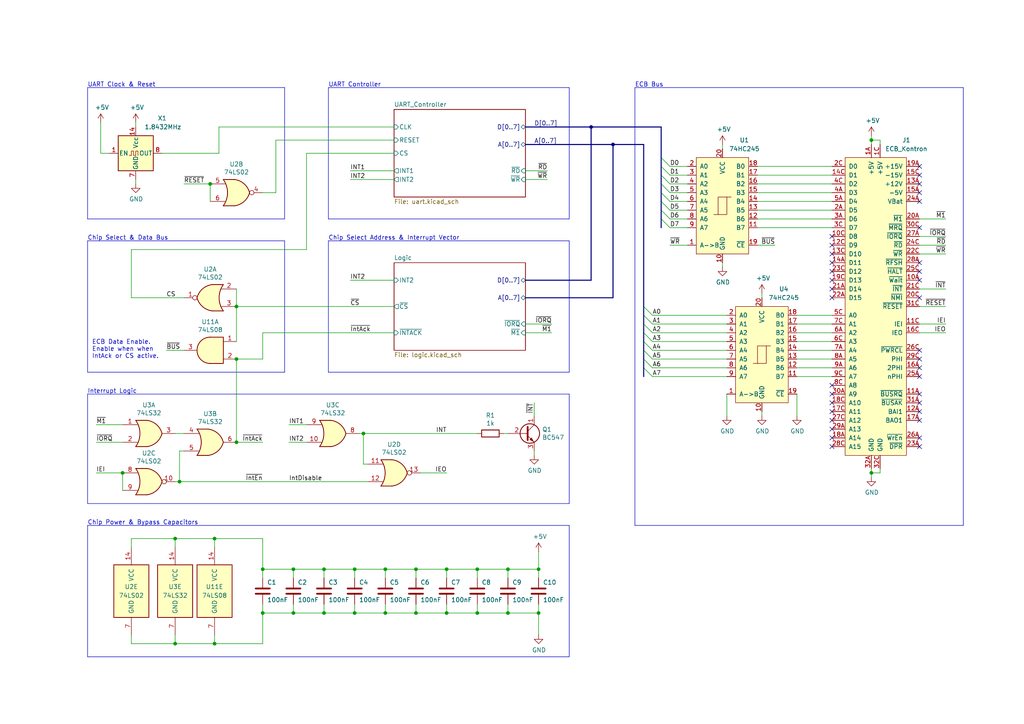
<source format=kicad_sch>
(kicad_sch (version 20230121) (generator eeschema)
  (paper "A4")
  (title_block (title "Project RackZ80 - RS232") (date "2021-04-09") (rev "1.0") (company "Jannik Kreucher"))
  (lib_symbols
    (symbol "74xx:74LS02" (pin_names (offset 1.016))
      (property "Reference" "U" (at 0 1.27 0))
      (property "Value" "74LS02" (at 0 -1.27 0))
      (symbol "74LS02_1_1"
        (pin output inverted (at 7.62 0 180) (length 3.81) (name "~") (number "1"))
        (pin input line (at -7.62 2.54 0) (length 4.318) (name "~") (number "2"))
        (pin input line (at -7.62 -2.54 0) (length 4.318) (name "~") (number "3"))
      )
      (symbol "74LS02_1_2"
        (pin output line (at 7.62 0 180) (length 3.81) (name "~") (number "1"))
        (pin input inverted (at -7.62 2.54 0) (length 3.81) (name "~") (number "2"))
        (pin input inverted (at -7.62 -2.54 0) (length 3.81) (name "~") (number "3"))
      )
      (symbol "74LS02_2_1"
        (pin output inverted (at 7.62 0 180) (length 3.81) (name "~") (number "4"))
        (pin input line (at -7.62 2.54 0) (length 4.318) (name "~") (number "5"))
        (pin input line (at -7.62 -2.54 0) (length 4.318) (name "~") (number "6"))
      )
      (symbol "74LS02_2_2"
        (pin output line (at 7.62 0 180) (length 3.81) (name "~") (number "4"))
        (pin input inverted (at -7.62 2.54 0) (length 3.81) (name "~") (number "5"))
        (pin input inverted (at -7.62 -2.54 0) (length 3.81) (name "~") (number "6"))
      )
      (symbol "74LS02_3_1"
        (pin output inverted (at 7.62 0 180) (length 3.81) (name "~") (number "10"))
        (pin input line (at -7.62 2.54 0) (length 4.318) (name "~") (number "8"))
        (pin input line (at -7.62 -2.54 0) (length 4.318) (name "~") (number "9"))
      )
      (symbol "74LS02_3_2"
        (pin output line (at 7.62 0 180) (length 3.81) (name "~") (number "10"))
        (pin input inverted (at -7.62 2.54 0) (length 3.81) (name "~") (number "8"))
        (pin input inverted (at -7.62 -2.54 0) (length 3.81) (name "~") (number "9"))
      )
      (symbol "74LS02_4_1"
        (pin input line (at -7.62 2.54 0) (length 4.318) (name "~") (number "11"))
        (pin input line (at -7.62 -2.54 0) (length 4.318) (name "~") (number "12"))
        (pin output inverted (at 7.62 0 180) (length 3.81) (name "~") (number "13"))
      )
      (symbol "74LS02_4_2"
        (pin input inverted (at -7.62 2.54 0) (length 3.81) (name "~") (number "11"))
        (pin input inverted (at -7.62 -2.54 0) (length 3.81) (name "~") (number "12"))
        (pin output line (at 7.62 0 180) (length 3.81) (name "~") (number "13"))
      )
      (symbol "74LS02_5_0"
        (pin power_in line (at 0 12.7 270) (length 5.08) (name "VCC") (number "14"))
        (pin power_in line (at 0 -12.7 90) (length 5.08) (name "GND") (number "7"))
      )
    )
    (symbol "74xx:74LS08" (pin_names (offset 1.016))
      (property "Reference" "U" (at 0 1.27 0))
      (property "Value" "74LS08" (at 0 -1.27 0))
      (symbol "74LS08_1_1"
        (pin input line (at -7.62 2.54 0) (length 3.81) (name "~") (number "1"))
        (pin input line (at -7.62 -2.54 0) (length 3.81) (name "~") (number "2"))
        (pin output line (at 7.62 0 180) (length 3.81) (name "~") (number "3"))
      )
      (symbol "74LS08_1_2"
        (pin input inverted (at -7.62 2.54 0) (length 4.318) (name "~") (number "1"))
        (pin input inverted (at -7.62 -2.54 0) (length 4.318) (name "~") (number "2"))
        (pin output inverted (at 7.62 0 180) (length 3.81) (name "~") (number "3"))
      )
      (symbol "74LS08_2_1"
        (pin input line (at -7.62 2.54 0) (length 3.81) (name "~") (number "4"))
        (pin input line (at -7.62 -2.54 0) (length 3.81) (name "~") (number "5"))
        (pin output line (at 7.62 0 180) (length 3.81) (name "~") (number "6"))
      )
      (symbol "74LS08_2_2"
        (pin input inverted (at -7.62 2.54 0) (length 4.318) (name "~") (number "4"))
        (pin input inverted (at -7.62 -2.54 0) (length 4.318) (name "~") (number "5"))
        (pin output inverted (at 7.62 0 180) (length 3.81) (name "~") (number "6"))
      )
      (symbol "74LS08_3_1"
        (pin input line (at -7.62 -2.54 0) (length 3.81) (name "~") (number "10"))
        (pin output line (at 7.62 0 180) (length 3.81) (name "~") (number "8"))
        (pin input line (at -7.62 2.54 0) (length 3.81) (name "~") (number "9"))
      )
      (symbol "74LS08_3_2"
        (pin input inverted (at -7.62 -2.54 0) (length 4.318) (name "~") (number "10"))
        (pin output inverted (at 7.62 0 180) (length 3.81) (name "~") (number "8"))
        (pin input inverted (at -7.62 2.54 0) (length 4.318) (name "~") (number "9"))
      )
      (symbol "74LS08_4_1"
        (pin output line (at 7.62 0 180) (length 3.81) (name "~") (number "11"))
        (pin input line (at -7.62 2.54 0) (length 3.81) (name "~") (number "12"))
        (pin input line (at -7.62 -2.54 0) (length 3.81) (name "~") (number "13"))
      )
      (symbol "74LS08_4_2"
        (pin output inverted (at 7.62 0 180) (length 3.81) (name "~") (number "11"))
        (pin input inverted (at -7.62 2.54 0) (length 4.318) (name "~") (number "12"))
        (pin input inverted (at -7.62 -2.54 0) (length 4.318) (name "~") (number "13"))
      )
      (symbol "74LS08_5_0"
        (pin power_in line (at 0 12.7 270) (length 5.08) (name "VCC") (number "14"))
        (pin power_in line (at 0 -12.7 90) (length 5.08) (name "GND") (number "7"))
      )
    )
    (symbol "74xx:74LS32" (pin_names (offset 1.016))
      (property "Reference" "U" (at 0 1.27 0))
      (property "Value" "74LS32" (at 0 -1.27 0))
      (symbol "74LS32_1_1"
        (pin input line (at -7.62 2.54 0) (length 4.318) (name "~") (number "1"))
        (pin input line (at -7.62 -2.54 0) (length 4.318) (name "~") (number "2"))
        (pin output line (at 7.62 0 180) (length 3.81) (name "~") (number "3"))
      )
      (symbol "74LS32_1_2"
        (pin input inverted (at -7.62 2.54 0) (length 3.81) (name "~") (number "1"))
        (pin input inverted (at -7.62 -2.54 0) (length 3.81) (name "~") (number "2"))
        (pin output inverted (at 7.62 0 180) (length 3.81) (name "~") (number "3"))
      )
      (symbol "74LS32_2_1"
        (pin input line (at -7.62 2.54 0) (length 4.318) (name "~") (number "4"))
        (pin input line (at -7.62 -2.54 0) (length 4.318) (name "~") (number "5"))
        (pin output line (at 7.62 0 180) (length 3.81) (name "~") (number "6"))
      )
      (symbol "74LS32_2_2"
        (pin input inverted (at -7.62 2.54 0) (length 3.81) (name "~") (number "4"))
        (pin input inverted (at -7.62 -2.54 0) (length 3.81) (name "~") (number "5"))
        (pin output inverted (at 7.62 0 180) (length 3.81) (name "~") (number "6"))
      )
      (symbol "74LS32_3_1"
        (pin input line (at -7.62 -2.54 0) (length 4.318) (name "~") (number "10"))
        (pin output line (at 7.62 0 180) (length 3.81) (name "~") (number "8"))
        (pin input line (at -7.62 2.54 0) (length 4.318) (name "~") (number "9"))
      )
      (symbol "74LS32_3_2"
        (pin input inverted (at -7.62 -2.54 0) (length 3.81) (name "~") (number "10"))
        (pin output inverted (at 7.62 0 180) (length 3.81) (name "~") (number "8"))
        (pin input inverted (at -7.62 2.54 0) (length 3.81) (name "~") (number "9"))
      )
      (symbol "74LS32_4_1"
        (pin output line (at 7.62 0 180) (length 3.81) (name "~") (number "11"))
        (pin input line (at -7.62 2.54 0) (length 4.318) (name "~") (number "12"))
        (pin input line (at -7.62 -2.54 0) (length 4.318) (name "~") (number "13"))
      )
      (symbol "74LS32_4_2"
        (pin output inverted (at 7.62 0 180) (length 3.81) (name "~") (number "11"))
        (pin input inverted (at -7.62 2.54 0) (length 3.81) (name "~") (number "12"))
        (pin input inverted (at -7.62 -2.54 0) (length 3.81) (name "~") (number "13"))
      )
      (symbol "74LS32_5_0"
        (pin power_in line (at 0 12.7 270) (length 5.08) (name "VCC") (number "14"))
        (pin power_in line (at 0 -12.7 90) (length 5.08) (name "GND") (number "7"))
      )
    )
    (symbol "Device:C" (pin_numbers hide) (pin_names (offset 0.254))
      (property "Reference" "C" (at 0.635 2.54 0))
      (property "Value" "C" (at 0.635 -2.54 0))
      (symbol "C_1_1"
        (pin passive line (at 0 3.81 270) (length 2.794) (name "~") (number "1"))
        (pin passive line (at 0 -3.81 90) (length 2.794) (name "~") (number "2"))
      )
    )
    (symbol "Device:R" (pin_numbers hide) (pin_names (offset 0))
      (property "Reference" "R" (at 2.032 0 90))
      (property "Value" "R" (at 0 0 90))
      (symbol "R_1_1"
        (pin passive line (at 0 3.81 270) (length 1.27) (name "~") (number "1"))
        (pin passive line (at 0 -3.81 90) (length 1.27) (name "~") (number "2"))
      )
    )
    (symbol "Oscillator:CXO_DIP14" (pin_names (offset 0.254))
      (property "Reference" "X" (at -5.08 6.35 0))
      (property "Value" "CXO_DIP14" (at 1.27 -6.35 0))
      (symbol "CXO_DIP14_1_1"
        (pin input line (at -7.62 0 0) (length 2.54) (name "EN") (number "1"))
        (pin power_in line (at 0 7.62 270) (length 2.54) (name "Vcc") (number "14"))
        (pin power_in line (at 0 -7.62 90) (length 2.54) (name "GND") (number "7"))
        (pin output line (at 7.62 0 180) (length 2.54) (name "OUT") (number "8"))
      )
    )
    (symbol "RackZ80_Parts:74HC245" (pin_names (offset 1.016))
      (property "Reference" "U" (at 6.35 19.05 0))
      (property "Value" "74HC245" (at 6.35 16.51 0))
      (symbol "74HC245_1_1"
        (pin input line (at -10.16 -11.43 0) (length 2.54) (name "A->B") (number "1"))
        (pin passive line (at 0 -16.51 90) (length 2.54) (name "GND") (number "10"))
        (pin bidirectional line (at 10.16 -6.35 180) (length 2.54) (name "B7") (number "11"))
        (pin bidirectional line (at 10.16 -3.81 180) (length 2.54) (name "B6") (number "12"))
        (pin bidirectional line (at 10.16 -1.27 180) (length 2.54) (name "B5") (number "13"))
        (pin bidirectional line (at 10.16 1.27 180) (length 2.54) (name "B4") (number "14"))
        (pin bidirectional line (at 10.16 3.81 180) (length 2.54) (name "B3") (number "15"))
        (pin bidirectional line (at 10.16 6.35 180) (length 2.54) (name "B2") (number "16"))
        (pin bidirectional line (at 10.16 8.89 180) (length 2.54) (name "B1") (number "17"))
        (pin bidirectional line (at 10.16 11.43 180) (length 2.54) (name "B0") (number "18"))
        (pin input line (at 10.16 -11.43 180) (length 2.54) (name "~{CE}") (number "19"))
        (pin bidirectional line (at -10.16 11.43 0) (length 2.54) (name "A0") (number "2"))
        (pin passive line (at 0 16.51 270) (length 2.54) (name "VCC") (number "20"))
        (pin bidirectional line (at -10.16 8.89 0) (length 2.54) (name "A1") (number "3"))
        (pin bidirectional line (at -10.16 6.35 0) (length 2.54) (name "A2") (number "4"))
        (pin bidirectional line (at -10.16 3.81 0) (length 2.54) (name "A3") (number "5"))
        (pin bidirectional line (at -10.16 1.27 0) (length 2.54) (name "A4") (number "6"))
        (pin bidirectional line (at -10.16 -1.27 0) (length 2.54) (name "A5") (number "7"))
        (pin bidirectional line (at -10.16 -3.81 0) (length 2.54) (name "A6") (number "8"))
        (pin bidirectional line (at -10.16 -6.35 0) (length 2.54) (name "A7") (number "9"))
      )
    )
    (symbol "RackZ80_Parts:ECB_Kontron" (pin_names (offset 1.016))
      (property "Reference" "J" (at 8.89 46.99 0))
      (property "Value" "ECB_Kontron" (at 8.89 44.45 0))
      (symbol "ECB_Kontron_1_1"
        (pin bidirectional line (at 12.7 7.62 180) (length 3.81) (name "~{Wait}") (number "10A"))
        (pin bidirectional line (at -12.7 20.32 0) (length 3.81) (name "D8") (number "10C"))
        (pin bidirectional line (at 12.7 -25.4 180) (length 3.81) (name "~{BUSRQ}") (number "11A"))
        (pin bidirectional line (at 12.7 -5.08 180) (length 3.81) (name "IEI") (number "11C"))
        (pin bidirectional line (at 12.7 -30.48 180) (length 3.81) (name "BAI1") (number "12A"))
        (pin bidirectional line (at -12.7 17.78 0) (length 3.81) (name "D9") (number "12C"))
        (pin passive line (at 12.7 35.56 180) (length 3.81) (name "+12V") (number "13A"))
        (pin bidirectional line (at -12.7 15.24 0) (length 3.81) (name "D10") (number "13C"))
        (pin bidirectional line (at -12.7 12.7 0) (length 3.81) (name "D11") (number "14A"))
        (pin bidirectional line (at -12.7 38.1 0) (length 3.81) (name "D1") (number "14C"))
        (pin passive line (at 12.7 33.02 180) (length 3.81) (name "-5V") (number "15A"))
        (pin passive line (at 12.7 38.1 180) (length 3.81) (name "-15V") (number "15C"))
        (pin bidirectional line (at 12.7 -17.78 180) (length 3.81) (name "2PHI") (number "16A"))
        (pin bidirectional line (at 12.7 -7.62 180) (length 3.81) (name "IEO") (number "16C"))
        (pin bidirectional line (at 12.7 -33.02 180) (length 3.81) (name "BAO1") (number "17A"))
        (pin bidirectional line (at -12.7 -30.48 0) (length 3.81) (name "A11") (number "17C"))
        (pin bidirectional line (at -12.7 -38.1 0) (length 3.81) (name "A14") (number "18A"))
        (pin bidirectional line (at -12.7 -27.94 0) (length 3.81) (name "A10") (number "18C"))
        (pin passive line (at 12.7 40.64 180) (length 3.81) (name "+15V") (number "19A"))
        (pin bidirectional line (at -12.7 7.62 0) (length 3.81) (name "D13") (number "19C"))
        (pin passive line (at -1.27 46.99 270) (length 3.81) (name "+5V") (number "1A"))
        (pin passive line (at 1.27 46.99 270) (length 3.81) (name "+5V") (number "1C"))
        (pin bidirectional line (at 12.7 25.4 180) (length 3.81) (name "~{M1}") (number "20A"))
        (pin bidirectional line (at 12.7 2.54 180) (length 3.81) (name "~{NMI}") (number "20C"))
        (pin bidirectional line (at -12.7 5.08 0) (length 3.81) (name "D14") (number "21A"))
        (pin bidirectional line (at 12.7 5.08 180) (length 3.81) (name "~{INT}") (number "21C"))
        (pin bidirectional line (at -12.7 2.54 0) (length 3.81) (name "D15") (number "22A"))
        (pin bidirectional line (at 12.7 15.24 180) (length 3.81) (name "~{WR}") (number "22C"))
        (pin bidirectional line (at 12.7 -40.64 180) (length 3.81) (name "~{DPR}") (number "23A"))
        (pin bidirectional line (at -12.7 10.16 0) (length 3.81) (name "D12") (number "23C"))
        (pin passive line (at 12.7 30.48 180) (length 3.81) (name "VBat") (number "24A"))
        (pin bidirectional line (at 12.7 17.78 180) (length 3.81) (name "~{RD}") (number "24C"))
        (pin bidirectional line (at 12.7 -20.32 180) (length 3.81) (name "nPHI") (number "25A"))
        (pin bidirectional line (at 12.7 10.16 180) (length 3.81) (name "~{HALT}") (number "25C"))
        (pin bidirectional line (at 12.7 -38.1 180) (length 3.81) (name "~{WrEn}") (number "26A"))
        (pin bidirectional line (at 12.7 -12.7 180) (length 3.81) (name "~{PWRCL}") (number "26C"))
        (pin bidirectional line (at 12.7 20.32 180) (length 3.81) (name "~{IORQ}") (number "27A"))
        (pin bidirectional line (at -12.7 -33.02 0) (length 3.81) (name "A12") (number "27C"))
        (pin bidirectional line (at 12.7 12.7 180) (length 3.81) (name "~{RFSH}") (number "28A"))
        (pin bidirectional line (at -12.7 -40.64 0) (length 3.81) (name "A15") (number "28C"))
        (pin bidirectional line (at -12.7 -35.56 0) (length 3.81) (name "A13") (number "29A"))
        (pin bidirectional line (at 12.7 -15.24 180) (length 3.81) (name "PHI") (number "29C"))
        (pin bidirectional line (at -12.7 27.94 0) (length 3.81) (name "D5") (number "2A"))
        (pin bidirectional line (at -12.7 40.64 0) (length 3.81) (name "D0") (number "2C"))
        (pin bidirectional line (at -12.7 -25.4 0) (length 3.81) (name "A9") (number "30A"))
        (pin bidirectional line (at 12.7 22.86 180) (length 3.81) (name "~{MRQ}") (number "30C"))
        (pin bidirectional line (at 12.7 -27.94 180) (length 3.81) (name "~{BUSAK}") (number "31A"))
        (pin bidirectional line (at 12.7 0 180) (length 3.81) (name "~{RESET}") (number "31C"))
        (pin passive line (at -1.27 -46.99 90) (length 3.81) (name "GND") (number "32A"))
        (pin passive line (at 1.27 -46.99 90) (length 3.81) (name "GND") (number "32C"))
        (pin bidirectional line (at -12.7 25.4 0) (length 3.81) (name "D6") (number "3A"))
        (pin bidirectional line (at -12.7 22.86 0) (length 3.81) (name "D7") (number "3C"))
        (pin bidirectional line (at -12.7 33.02 0) (length 3.81) (name "D3") (number "4A"))
        (pin bidirectional line (at -12.7 35.56 0) (length 3.81) (name "D2") (number "4C"))
        (pin bidirectional line (at -12.7 30.48 0) (length 3.81) (name "D4") (number "5A"))
        (pin bidirectional line (at -12.7 -2.54 0) (length 3.81) (name "A0") (number "5C"))
        (pin bidirectional line (at -12.7 -7.62 0) (length 3.81) (name "A2") (number "6A"))
        (pin bidirectional line (at -12.7 -10.16 0) (length 3.81) (name "A3") (number "6C"))
        (pin bidirectional line (at -12.7 -12.7 0) (length 3.81) (name "A4") (number "7A"))
        (pin bidirectional line (at -12.7 -5.08 0) (length 3.81) (name "A1") (number "7C"))
        (pin bidirectional line (at -12.7 -15.24 0) (length 3.81) (name "A5") (number "8A"))
        (pin bidirectional line (at -12.7 -22.86 0) (length 3.81) (name "A8") (number "8C"))
        (pin bidirectional line (at -12.7 -17.78 0) (length 3.81) (name "A6") (number "9A"))
        (pin bidirectional line (at -12.7 -20.32 0) (length 3.81) (name "A7") (number "9C"))
      )
    )
    (symbol "Transistor_BJT:BC547" (pin_names (offset 0) hide)
      (property "Reference" "Q" (at 5.08 1.905 0))
      (property "Value" "BC547" (at 5.08 0 0))
      (symbol "BC547_1_1"
        (pin passive line (at 2.54 5.08 270) (length 2.54) (name "C") (number "1"))
        (pin input line (at -5.08 0 0) (length 5.08) (name "B") (number "2"))
        (pin passive line (at 2.54 -5.08 90) (length 2.54) (name "E") (number "3"))
      )
    )
    (symbol "power:+5V" (power) (pin_names (offset 0))
      (property "Value" "+5V" (at 0 3.556 0))
      (symbol "+5V_1_1"
        (pin power_in line (at 0 0 90) (length 0) hide (name "+5V") (number "1"))
      )
    )
    (symbol "power:GND" (power) (pin_names (offset 0))
      (property "Value" "GND" (at 0 -3.81 0))
      (symbol "GND_1_1"
        (pin power_in line (at 0 0 270) (length 0) hide (name "GND") (number "1"))
      )
    )
  )
  (junction (at 85.09 177.8))
  (junction (at 252.73 40.64))
  (junction (at 111.76 177.8))
  (junction (at 62.23 156.21))
  (junction (at 102.87 165.1))
  (junction (at 62.23 186.69))
  (junction (at 50.8 186.69))
  (junction (at 93.98 177.8))
  (junction (at 60.96 53.34))
  (junction (at 156.21 177.8))
  (junction (at 252.73 137.16))
  (junction (at 129.54 177.8))
  (junction (at 68.58 128.27))
  (junction (at 76.2 177.8))
  (junction (at 177.8 41.91))
  (junction (at 105.41 125.73))
  (junction (at 120.65 177.8))
  (junction (at 138.43 177.8))
  (junction (at 156.21 165.1))
  (junction (at 129.54 165.1))
  (junction (at 52.07 139.7))
  (junction (at 68.58 88.9))
  (junction (at 147.32 177.8))
  (junction (at 35.56 137.16))
  (junction (at 76.2 165.1))
  (junction (at 85.09 165.1))
  (junction (at 171.45 36.83))
  (junction (at 68.58 104.14))
  (junction (at 147.32 165.1))
  (junction (at 138.43 165.1))
  (junction (at 102.87 177.8))
  (junction (at 120.65 165.1))
  (junction (at 93.98 165.1))
  (junction (at 50.8 156.21))
  (junction (at 111.76 165.1))
  (no_connect (at 266.7 116.84))
  (no_connect (at 241.3 124.46))
  (no_connect (at 266.7 76.2))
  (no_connect (at 241.3 129.54))
  (no_connect (at 266.7 106.68))
  (no_connect (at 266.7 48.26))
  (no_connect (at 266.7 78.74))
  (no_connect (at 266.7 55.88))
  (no_connect (at 241.3 127))
  (no_connect (at 266.7 114.3))
  (no_connect (at 266.7 101.6))
  (no_connect (at 266.7 104.14))
  (no_connect (at 266.7 109.22))
  (no_connect (at 241.3 73.66))
  (no_connect (at 241.3 83.82))
  (no_connect (at 241.3 119.38))
  (no_connect (at 241.3 81.28))
  (no_connect (at 266.7 119.38))
  (no_connect (at 241.3 71.12))
  (no_connect (at 241.3 111.76))
  (no_connect (at 266.7 66.04))
  (no_connect (at 241.3 86.36))
  (no_connect (at 266.7 53.34))
  (no_connect (at 241.3 116.84))
  (no_connect (at 241.3 121.92))
  (no_connect (at 241.3 78.74))
  (no_connect (at 266.7 129.54))
  (no_connect (at 266.7 86.36))
  (no_connect (at 241.3 68.58))
  (no_connect (at 266.7 58.42))
  (no_connect (at 266.7 50.8))
  (no_connect (at 241.3 114.3))
  (no_connect (at 266.7 81.28))
  (no_connect (at 266.7 121.92))
  (no_connect (at 266.7 127))
  (no_connect (at 241.3 76.2))
  (bus_entry (at 186.69 93.98) (size 2.54 2.54))
  (bus_entry (at 186.69 99.06) (size 2.54 2.54))
  (bus_entry (at 186.69 91.44) (size 2.54 2.54))
  (bus_entry (at 191.77 58.42) (size 2.54 2.54))
  (bus_entry (at 186.69 106.68) (size 2.54 2.54))
  (bus_entry (at 191.77 53.34) (size 2.54 2.54))
  (bus_entry (at 191.77 55.88) (size 2.54 2.54))
  (bus_entry (at 191.77 50.8) (size 2.54 2.54))
  (bus_entry (at 186.69 96.52) (size 2.54 2.54))
  (bus_entry (at 186.69 88.9) (size 2.54 2.54))
  (bus_entry (at 191.77 60.96) (size 2.54 2.54))
  (bus_entry (at 191.77 45.72) (size 2.54 2.54))
  (bus_entry (at 186.69 104.14) (size 2.54 2.54))
  (bus_entry (at 191.77 48.26) (size 2.54 2.54))
  (bus_entry (at 191.77 63.5) (size 2.54 2.54))
  (bus_entry (at 186.69 101.6) (size 2.54 2.54))
  (bus (pts (xy 191.77 45.72) (xy 191.77 48.26)))
  (bus (pts (xy 186.69 93.98) (xy 186.69 96.52)))
  (wire (pts (xy 156.21 177.8) (xy 156.21 184.15)))
  (bus (pts (xy 186.69 41.91) (xy 177.8 41.91)))
  (wire (pts (xy 35.56 142.24) (xy 35.56 137.16)))
  (wire (pts (xy 120.65 175.26) (xy 120.65 177.8)))
  (wire (pts (xy 120.65 177.8) (xy 111.76 177.8)))
  (wire (pts (xy 156.21 177.8) (xy 147.32 177.8)))
  (wire (pts (xy 121.92 137.16) (xy 129.54 137.16)))
  (wire (pts (xy 52.07 139.7) (xy 106.68 139.7)))
  (polyline (pts (xy 95.25 107.95) (xy 165.1 107.95)))
  (wire (pts (xy 129.54 165.1) (xy 120.65 165.1)))
  (bus (pts (xy 171.45 81.28) (xy 171.45 36.83)))
  (wire (pts (xy 189.23 96.52) (xy 210.82 96.52)))
  (wire (pts (xy 120.65 165.1) (xy 120.65 167.64)))
  (wire (pts (xy 62.23 158.75) (xy 62.23 156.21)))
  (wire (pts (xy 52.07 130.81) (xy 52.07 139.7)))
  (wire (pts (xy 199.39 50.8) (xy 194.31 50.8)))
  (wire (pts (xy 76.2 96.52) (xy 76.2 104.14)))
  (wire (pts (xy 147.32 175.26) (xy 147.32 177.8)))
  (wire (pts (xy 138.43 175.26) (xy 138.43 177.8)))
  (wire (pts (xy 255.27 40.64) (xy 252.73 40.64)))
  (wire (pts (xy 111.76 165.1) (xy 102.87 165.1)))
  (wire (pts (xy 111.76 165.1) (xy 111.76 167.64)))
  (wire (pts (xy 76.2 165.1) (xy 76.2 167.64)))
  (bus (pts (xy 186.69 106.68) (xy 186.69 109.22)))
  (wire (pts (xy 266.7 93.98) (xy 274.32 93.98)))
  (wire (pts (xy 255.27 137.16) (xy 252.73 137.16)))
  (wire (pts (xy 68.58 128.27) (xy 76.2 128.27)))
  (wire (pts (xy 114.3 81.28) (xy 101.6 81.28)))
  (wire (pts (xy 53.34 53.34) (xy 60.96 53.34)))
  (wire (pts (xy 241.3 58.42) (xy 219.71 58.42)))
  (wire (pts (xy 138.43 177.8) (xy 129.54 177.8)))
  (wire (pts (xy 38.1 186.69) (xy 38.1 184.15)))
  (wire (pts (xy 266.7 88.9) (xy 274.32 88.9)))
  (wire (pts (xy 231.14 104.14) (xy 241.3 104.14)))
  (wire (pts (xy 189.23 104.14) (xy 210.82 104.14)))
  (bus (pts (xy 191.77 60.96) (xy 191.77 63.5)))
  (wire (pts (xy 158.75 49.53) (xy 152.4 49.53)))
  (wire (pts (xy 252.73 137.16) (xy 252.73 138.43)))
  (wire (pts (xy 50.8 139.7) (xy 52.07 139.7)))
  (wire (pts (xy 62.23 184.15) (xy 62.23 186.69)))
  (wire (pts (xy 199.39 71.12) (xy 194.31 71.12)))
  (wire (pts (xy 38.1 72.39) (xy 38.1 86.36)))
  (wire (pts (xy 88.9 44.45) (xy 88.9 72.39)))
  (polyline (pts (xy 95.25 69.85) (xy 95.25 107.95)))
  (wire (pts (xy 93.98 175.26) (xy 93.98 177.8)))
  (bus (pts (xy 186.69 91.44) (xy 186.69 93.98)))
  (wire (pts (xy 231.14 93.98) (xy 241.3 93.98)))
  (wire (pts (xy 48.26 101.6) (xy 53.34 101.6)))
  (bus (pts (xy 186.69 99.06) (xy 186.69 101.6)))
  (wire (pts (xy 93.98 165.1) (xy 85.09 165.1)))
  (wire (pts (xy 50.8 186.69) (xy 62.23 186.69)))
  (bus (pts (xy 186.69 96.52) (xy 186.69 99.06)))
  (wire (pts (xy 219.71 60.96) (xy 241.3 60.96)))
  (polyline (pts (xy 25.4 190.5) (xy 165.1 190.5)))
  (wire (pts (xy 138.43 165.1) (xy 138.43 167.64)))
  (bus (pts (xy 191.77 50.8) (xy 191.77 53.34)))
  (wire (pts (xy 189.23 106.68) (xy 210.82 106.68)))
  (polyline (pts (xy 184.15 152.4) (xy 279.4 152.4)))
  (wire (pts (xy 199.39 60.96) (xy 194.31 60.96)))
  (polyline (pts (xy 25.4 152.4) (xy 25.4 190.5)))
  (wire (pts (xy 88.9 72.39) (xy 38.1 72.39)))
  (wire (pts (xy 63.5 36.83) (xy 114.3 36.83)))
  (wire (pts (xy 219.71 66.04) (xy 241.3 66.04)))
  (wire (pts (xy 68.58 83.82) (xy 68.58 88.9)))
  (polyline (pts (xy 25.4 146.05) (xy 165.1 146.05)))
  (wire (pts (xy 255.27 135.89) (xy 255.27 137.16)))
  (polyline (pts (xy 165.1 146.05) (xy 165.1 114.3)))
  (polyline (pts (xy 165.1 107.95) (xy 165.1 69.85)))
  (wire (pts (xy 252.73 135.89) (xy 252.73 137.16)))
  (wire (pts (xy 199.39 58.42) (xy 194.31 58.42)))
  (wire (pts (xy 85.09 177.8) (xy 76.2 177.8)))
  (wire (pts (xy 38.1 156.21) (xy 38.1 158.75)))
  (wire (pts (xy 255.27 41.91) (xy 255.27 40.64)))
  (wire (pts (xy 189.23 109.22) (xy 210.82 109.22)))
  (wire (pts (xy 199.39 66.04) (xy 194.31 66.04)))
  (polyline (pts (xy 82.55 69.85) (xy 82.55 107.95)))
  (wire (pts (xy 129.54 177.8) (xy 120.65 177.8)))
  (wire (pts (xy 189.23 93.98) (xy 210.82 93.98)))
  (wire (pts (xy 76.2 177.8) (xy 76.2 186.69)))
  (polyline (pts (xy 279.4 152.4) (xy 279.4 25.4)))
  (wire (pts (xy 29.21 35.56) (xy 29.21 44.45)))
  (wire (pts (xy 219.71 48.26) (xy 241.3 48.26)))
  (wire (pts (xy 199.39 48.26) (xy 194.31 48.26)))
  (wire (pts (xy 156.21 165.1) (xy 156.21 167.64)))
  (wire (pts (xy 85.09 175.26) (xy 85.09 177.8)))
  (wire (pts (xy 266.7 63.5) (xy 274.32 63.5)))
  (wire (pts (xy 76.2 175.26) (xy 76.2 177.8)))
  (wire (pts (xy 219.71 55.88) (xy 241.3 55.88)))
  (wire (pts (xy 63.5 44.45) (xy 63.5 36.83)))
  (polyline (pts (xy 165.1 152.4) (xy 25.4 152.4)))
  (wire (pts (xy 129.54 165.1) (xy 129.54 167.64)))
  (polyline (pts (xy 165.1 25.4) (xy 95.25 25.4)))
  (wire (pts (xy 114.3 40.64) (xy 80.01 40.64)))
  (wire (pts (xy 231.14 109.22) (xy 241.3 109.22)))
  (wire (pts (xy 114.3 49.53) (xy 101.6 49.53)))
  (wire (pts (xy 199.39 63.5) (xy 194.31 63.5)))
  (wire (pts (xy 102.87 165.1) (xy 102.87 167.64)))
  (wire (pts (xy 147.32 165.1) (xy 147.32 167.64)))
  (wire (pts (xy 38.1 86.36) (xy 53.34 86.36)))
  (wire (pts (xy 231.14 91.44) (xy 241.3 91.44)))
  (wire (pts (xy 147.32 125.73) (xy 146.05 125.73)))
  (wire (pts (xy 189.23 99.06) (xy 210.82 99.06)))
  (polyline (pts (xy 25.4 107.95) (xy 25.4 69.85)))
  (wire (pts (xy 120.65 165.1) (xy 111.76 165.1)))
  (wire (pts (xy 93.98 177.8) (xy 85.09 177.8)))
  (wire (pts (xy 152.4 93.98) (xy 160.02 93.98)))
  (wire (pts (xy 138.43 165.1) (xy 129.54 165.1)))
  (wire (pts (xy 189.23 91.44) (xy 210.82 91.44)))
  (wire (pts (xy 27.94 128.27) (xy 35.56 128.27)))
  (bus (pts (xy 191.77 36.83) (xy 171.45 36.83)))
  (wire (pts (xy 114.3 52.07) (xy 101.6 52.07)))
  (bus (pts (xy 191.77 53.34) (xy 191.77 55.88)))
  (wire (pts (xy 114.3 44.45) (xy 88.9 44.45)))
  (wire (pts (xy 241.3 101.6) (xy 231.14 101.6)))
  (polyline (pts (xy 25.4 69.85) (xy 82.55 69.85)))
  (bus (pts (xy 152.4 36.83) (xy 171.45 36.83)))
  (bus (pts (xy 152.4 81.28) (xy 171.45 81.28)))
  (wire (pts (xy 147.32 177.8) (xy 138.43 177.8)))
  (polyline (pts (xy 82.55 63.5) (xy 25.4 63.5)))
  (wire (pts (xy 62.23 186.69) (xy 76.2 186.69)))
  (wire (pts (xy 39.37 52.07) (xy 39.37 53.34)))
  (wire (pts (xy 27.94 137.16) (xy 35.56 137.16)))
  (polyline (pts (xy 184.15 25.4) (xy 184.15 152.4)))
  (wire (pts (xy 29.21 44.45) (xy 31.75 44.45)))
  (bus (pts (xy 152.4 86.36) (xy 177.8 86.36)))
  (wire (pts (xy 68.58 104.14) (xy 68.58 128.27)))
  (bus (pts (xy 186.69 41.91) (xy 186.69 88.9)))
  (wire (pts (xy 68.58 88.9) (xy 114.3 88.9)))
  (wire (pts (xy 241.3 96.52) (xy 231.14 96.52)))
  (wire (pts (xy 266.7 71.12) (xy 274.32 71.12)))
  (polyline (pts (xy 95.25 63.5) (xy 165.1 63.5)))
  (wire (pts (xy 152.4 96.52) (xy 160.02 96.52)))
  (wire (pts (xy 85.09 165.1) (xy 85.09 167.64)))
  (wire (pts (xy 93.98 165.1) (xy 93.98 167.64)))
  (wire (pts (xy 209.55 76.2) (xy 209.55 77.47)))
  (wire (pts (xy 220.98 85.09) (xy 220.98 86.36)))
  (wire (pts (xy 156.21 165.1) (xy 147.32 165.1)))
  (polyline (pts (xy 25.4 114.3) (xy 165.1 114.3)))
  (wire (pts (xy 50.8 156.21) (xy 38.1 156.21)))
  (wire (pts (xy 50.8 186.69) (xy 38.1 186.69)))
  (wire (pts (xy 102.87 175.26) (xy 102.87 177.8)))
  (wire (pts (xy 27.94 123.19) (xy 35.56 123.19)))
  (wire (pts (xy 219.71 50.8) (xy 241.3 50.8)))
  (wire (pts (xy 85.09 165.1) (xy 76.2 165.1)))
  (wire (pts (xy 252.73 39.37) (xy 252.73 40.64)))
  (wire (pts (xy 156.21 175.26) (xy 156.21 177.8)))
  (wire (pts (xy 62.23 156.21) (xy 76.2 156.21)))
  (wire (pts (xy 241.3 53.34) (xy 219.71 53.34)))
  (wire (pts (xy 83.82 128.27) (xy 88.9 128.27)))
  (polyline (pts (xy 279.4 25.4) (xy 184.15 25.4)))
  (wire (pts (xy 231.14 99.06) (xy 241.3 99.06)))
  (wire (pts (xy 105.41 134.62) (xy 105.41 125.73)))
  (bus (pts (xy 186.69 88.9) (xy 186.69 91.44)))
  (wire (pts (xy 106.68 134.62) (xy 105.41 134.62)))
  (wire (pts (xy 111.76 177.8) (xy 102.87 177.8)))
  (wire (pts (xy 231.14 114.3) (xy 231.14 120.65)))
  (wire (pts (xy 46.99 44.45) (xy 63.5 44.45)))
  (bus (pts (xy 191.77 63.5) (xy 191.77 66.04)))
  (polyline (pts (xy 95.25 25.4) (xy 95.25 63.5)))
  (wire (pts (xy 50.8 158.75) (xy 50.8 156.21)))
  (polyline (pts (xy 165.1 190.5) (xy 165.1 152.4)))
  (wire (pts (xy 199.39 53.34) (xy 194.31 53.34)))
  (wire (pts (xy 111.76 175.26) (xy 111.76 177.8)))
  (wire (pts (xy 76.2 96.52) (xy 114.3 96.52)))
  (wire (pts (xy 147.32 165.1) (xy 138.43 165.1)))
  (bus (pts (xy 191.77 58.42) (xy 191.77 60.96)))
  (wire (pts (xy 80.01 55.88) (xy 76.2 55.88)))
  (wire (pts (xy 102.87 177.8) (xy 93.98 177.8)))
  (wire (pts (xy 104.14 125.73) (xy 105.41 125.73)))
  (bus (pts (xy 177.8 41.91) (xy 177.8 86.36)))
  (wire (pts (xy 154.94 130.81) (xy 154.94 132.08)))
  (wire (pts (xy 156.21 160.02) (xy 156.21 165.1)))
  (wire (pts (xy 189.23 101.6) (xy 210.82 101.6)))
  (wire (pts (xy 266.7 83.82) (xy 274.32 83.82)))
  (wire (pts (xy 129.54 175.26) (xy 129.54 177.8)))
  (wire (pts (xy 50.8 125.73) (xy 53.34 125.73)))
  (wire (pts (xy 83.82 123.19) (xy 88.9 123.19)))
  (wire (pts (xy 68.58 99.06) (xy 68.58 88.9)))
  (polyline (pts (xy 165.1 69.85) (xy 95.25 69.85)))
  (polyline (pts (xy 25.4 146.05) (xy 25.4 114.3)))
  (bus (pts (xy 191.77 36.83) (xy 191.77 45.72)))
  (wire (pts (xy 266.7 68.58) (xy 274.32 68.58)))
  (wire (pts (xy 266.7 73.66) (xy 274.32 73.66)))
  (wire (pts (xy 220.98 119.38) (xy 220.98 120.65)))
  (wire (pts (xy 210.82 114.3) (xy 210.82 120.65)))
  (wire (pts (xy 219.71 71.12) (xy 224.79 71.12)))
  (wire (pts (xy 50.8 184.15) (xy 50.8 186.69)))
  (polyline (pts (xy 82.55 25.4) (xy 82.55 63.5)))
  (wire (pts (xy 154.94 116.84) (xy 154.94 120.65)))
  (bus (pts (xy 186.69 104.14) (xy 186.69 106.68)))
  (bus (pts (xy 186.69 101.6) (xy 186.69 104.14)))
  (wire (pts (xy 252.73 40.64) (xy 252.73 41.91)))
  (wire (pts (xy 50.8 156.21) (xy 62.23 156.21)))
  (wire (pts (xy 209.55 41.91) (xy 209.55 43.18)))
  (wire (pts (xy 241.3 63.5) (xy 219.71 63.5)))
  (wire (pts (xy 241.3 106.68) (xy 231.14 106.68)))
  (wire (pts (xy 102.87 165.1) (xy 93.98 165.1)))
  (polyline (pts (xy 25.4 25.4) (xy 82.55 25.4)))
  (wire (pts (xy 80.01 40.64) (xy 80.01 55.88)))
  (wire (pts (xy 266.7 96.52) (xy 274.32 96.52)))
  (wire (pts (xy 60.96 58.42) (xy 60.96 53.34)))
  (wire (pts (xy 53.34 130.81) (xy 52.07 130.81)))
  (bus (pts (xy 191.77 55.88) (xy 191.77 58.42)))
  (bus (pts (xy 191.77 48.26) (xy 191.77 50.8)))
  (wire (pts (xy 105.41 125.73) (xy 138.43 125.73)))
  (wire (pts (xy 152.4 52.07) (xy 158.75 52.07)))
  (polyline (pts (xy 82.55 107.95) (xy 25.4 107.95)))
  (wire (pts (xy 199.39 55.88) (xy 194.31 55.88)))
  (polyline (pts (xy 25.4 25.4) (xy 25.4 63.5)))
  (wire (pts (xy 76.2 104.14) (xy 68.58 104.14)))
  (wire (pts (xy 76.2 165.1) (xy 76.2 156.21)))
  (polyline (pts (xy 165.1 63.5) (xy 165.1 25.4)))
  (wire (pts (xy 39.37 35.56) (xy 39.37 36.83)))
  (bus (pts (xy 152.4 41.91) (xy 177.8 41.91)))
  (text "UART Controller" (at 95.25 25.4 0) (effects (font (size 1.27 1.27)) (justify left bottom)))
  (text "Chip Power & Bypass Capacitors" (at 25.4 152.4 0) (effects (font (size 1.27 1.27)) (justify left bottom)))
  (text "ECB Bus" (at 184.15 25.4 0) (effects (font (size 1.27 1.27)) (justify left bottom)))
  (text "Interrupt Logic" (at 25.4 114.3 0) (effects (font (size 1.27 1.27)) (justify left bottom)))
  (text "Chip Select & Data Bus" (at 25.4 69.85 0) (effects (font (size 1.27 1.27)) (justify left bottom)))
  (text "Chip Select Address & Interrupt Vector" (at 95.25 69.85 0) (effects (font (size 1.27 1.27)) (justify left bottom)))
  (text "UART Clock & Reset" (at 25.4 25.4 0) (effects (font (size 1.27 1.27)) (justify left bottom)))
  (text "ECB Data Enable.\nEnable when when\nIntAck or CS active." (at 26.67 104.14 0) (effects (font (size 1.27 1.27)) (justify left bottom)))
  (label "IEI" (at 274.32 93.98 180))
  (label "A7" (at 189.23 109.22 0))
  (label "A[0..7]" (at 154.94 41.91 0))
  (label "D2" (at 194.31 53.34 0))
  (label "IntDisable" (at 83.82 139.7 0))
  (label "INT2" (at 101.6 52.07 0))
  (label "~{INT}" (at 154.94 116.84 270))
  (label "~{IntAck}" (at 101.6 96.52 0))
  (label "~{M1}" (at 160.02 96.52 180))
  (label "INT2" (at 83.82 128.27 0))
  (label "A4" (at 189.23 101.6 0))
  (label "D4" (at 194.31 58.42 0))
  (label "~{IntAck}" (at 76.2 128.27 180))
  (label "~{IORQ}" (at 274.32 68.58 180))
  (label "~{IORQ}" (at 27.94 128.27 0))
  (label "D[0..7]" (at 154.94 36.83 0))
  (label "~{M1}" (at 27.94 123.19 0))
  (label "D3" (at 194.31 55.88 0))
  (label "~{BUS}" (at 48.26 101.6 0))
  (label "IEI" (at 27.94 137.16 0))
  (label "A6" (at 189.23 106.68 0))
  (label "INT1" (at 83.82 123.19 0))
  (label "~{RESET}" (at 274.32 88.9 180))
  (label "~{WR}" (at 194.31 71.12 0))
  (label "A3" (at 189.23 99.06 0))
  (label "~{WR}" (at 274.32 73.66 180))
  (label "A5" (at 189.23 104.14 0))
  (label "D5" (at 194.31 60.96 0))
  (label "~{M1}" (at 274.32 63.5 180))
  (label "A1" (at 189.23 93.98 0))
  (label "CS" (at 48.26 86.36 0))
  (label "~{INT}" (at 274.32 83.82 180))
  (label "~{WR}" (at 158.75 52.07 180))
  (label "INT2" (at 101.6 81.28 0))
  (label "~{RD}" (at 158.75 49.53 180))
  (label "A0" (at 189.23 91.44 0))
  (label "IEO" (at 129.54 137.16 180))
  (label "A2" (at 189.23 96.52 0))
  (label "~{CS}" (at 101.6 88.9 0))
  (label "~{RESET}" (at 53.34 53.34 0))
  (label "D0" (at 194.31 48.26 0))
  (label "IEO" (at 274.32 96.52 180))
  (label "D7" (at 194.31 66.04 0))
  (label "INT" (at 129.54 125.73 180))
  (label "~{BUS}" (at 224.79 71.12 180))
  (label "D1" (at 194.31 50.8 0))
  (label "~{RD}" (at 274.32 71.12 180))
  (label "~{IORQ}" (at 160.02 93.98 180))
  (label "~{IntEn}" (at 76.2 139.7 180))
  (label "D6" (at 194.31 63.5 0))
  (label "INT1" (at 101.6 49.53 0))
  (symbol (lib_id "RackZ80_Parts:ECB_Kontron") (at 254 88.9 0) (unit 1)
    (property "Reference" "J1" (at 262.89 40.64 0))
    (property "Value" "ECB_Kontron" (at 262.89 43.18 0))
    (property "Footprint" "rackz80_footprints:Eurocard_DIN41612_C64_Male" (effects hide))
    (property "Datasheet" "http://2jo.de/robotron/Kontron/KONz80.pdf" (effects hide))
  )
  (symbol (lib_id "power:+5V") (at 252.73 39.37 0) (unit 1)
    (property "Reference" "#PWR03" (effects hide))
    (property "Value" "+5V" (at 253.111 34.9758 0))
  )
  (symbol (lib_id "power:GND") (at 252.73 138.43 0) (unit 1)
    (property "Reference" "#PWR014" (effects hide))
    (property "Value" "GND" (at 252.857 142.8242 0))
  )
  (symbol (lib_id "74xx:74LS32") (at 43.18 125.73 0) (unit 1)
    (property "Reference" "U3" (at 43.18 117.475 0))
    (property "Value" "74LS32" (at 43.18 119.7864 0))
    (property "Footprint" "rackz80_footprints:DIP-14_Socket" (effects hide))
    (property "Datasheet" "http://www.ti.com/lit/gpn/sn74LS32" (effects hide))
  )
  (symbol (lib_id "RackZ80_Parts:74HC245") (at 209.55 59.69 0) (unit 1)
    (property "Reference" "U1" (at 215.9 40.64 0))
    (property "Value" "74HC245" (at 215.9 43.18 0))
    (property "Footprint" "rackz80_footprints:DIP-20_Socket" (effects hide))
  )
  (symbol (lib_id "power:+5V") (at 209.55 41.91 0) (unit 1)
    (property "Reference" "#PWR04" (effects hide))
    (property "Value" "+5V" (at 209.931 37.5158 0))
  )
  (symbol (lib_id "power:GND") (at 209.55 77.47 0) (unit 1)
    (property "Reference" "#PWR06" (effects hide))
    (property "Value" "GND" (at 209.677 81.8642 0))
  )
  (symbol (lib_id "RackZ80_Parts:74HC245") (at 220.98 102.87 0) (unit 1)
    (property "Reference" "U4" (at 227.33 83.82 0))
    (property "Value" "74HC245" (at 227.33 86.36 0))
    (property "Footprint" "rackz80_footprints:DIP-20_Socket" (effects hide))
  )
  (symbol (lib_id "Transistor_BJT:BC547") (at 152.4 125.73 0) (unit 1)
    (property "Reference" "Q1" (at 157.2514 124.5616 0) (effects (justify left)))
    (property "Value" "BC547" (at 157.2514 126.873 0) (effects (justify left)))
    (property "Footprint" "Package_TO_SOT_THT:TO-92S_Wide" (effects hide))
    (property "Datasheet" "https://www.onsemi.com/pub/Collateral/BC550-D.pdf" (effects hide))
  )
  (symbol (lib_id "Device:R") (at 142.24 125.73 270) (unit 1)
    (property "Reference" "R1" (at 142.24 120.4722 90))
    (property "Value" "1k" (at 142.24 122.7836 90))
    (property "Footprint" "Resistor_THT:R_Axial_DIN0207_L6.3mm_D2.5mm_P10.16mm_Horizontal" (effects hide))
  )
  (symbol (lib_id "power:GND") (at 154.94 132.08 0) (unit 1)
    (property "Reference" "#PWR013" (effects hide))
    (property "Value" "GND" (at 155.067 136.4742 0))
  )
  (symbol (lib_id "power:+5V") (at 220.98 85.09 0) (unit 1)
    (property "Reference" "#PWR07" (effects hide))
    (property "Value" "+5V" (at 221.361 80.6958 0))
  )
  (symbol (lib_id "power:GND") (at 220.98 120.65 0) (unit 1)
    (property "Reference" "#PWR011" (effects hide))
    (property "Value" "GND" (at 221.107 125.0442 0))
  )
  (symbol (lib_id "74xx:74LS32") (at 60.96 128.27 0) (unit 2)
    (property "Reference" "U3" (at 60.96 120.015 0))
    (property "Value" "74LS32" (at 60.96 122.3264 0))
    (property "Footprint" "rackz80_footprints:DIP-14_Socket" (effects hide))
    (property "Datasheet" "http://www.ti.com/lit/gpn/sn74LS32" (effects hide))
  )
  (symbol (lib_id "74xx:74LS02") (at 114.3 137.16 0) (unit 4)
    (property "Reference" "U2" (at 114.3 128.905 0))
    (property "Value" "74LS02" (at 114.3 131.2164 0))
    (property "Footprint" "rackz80_footprints:DIP-14_Socket" (effects hide))
    (property "Datasheet" "http://www.ti.com/lit/gpn/sn74ls02" (effects hide))
  )
  (symbol (lib_id "74xx:74LS08") (at 62.23 171.45 0) (unit 5)
    (property "Reference" "U11" (at 62.23 170.18 0))
    (property "Value" "74LS08" (at 62.23 172.72 0))
    (property "Footprint" "rackz80_footprints:DIP-14_Socket" (effects hide))
    (property "Datasheet" "http://www.ti.com/lit/gpn/sn74LS08" (effects hide))
  )
  (symbol (lib_id "74xx:74LS08") (at 60.96 101.6 0) (mirror y) (unit 1)
    (property "Reference" "U11" (at 60.96 93.345 0))
    (property "Value" "74LS08" (at 60.96 95.6564 0))
    (property "Footprint" "rackz80_footprints:DIP-14_Socket" (effects hide))
    (property "Datasheet" "http://www.ti.com/lit/gpn/sn74LS08" (effects hide))
  )
  (symbol (lib_id "74xx:74LS02") (at 60.96 86.36 0) (mirror y) (unit 1)
    (property "Reference" "U2" (at 60.96 78.105 0))
    (property "Value" "74LS02" (at 60.96 80.4164 0))
    (property "Footprint" "rackz80_footprints:DIP-14_Socket" (effects hide))
    (property "Datasheet" "http://www.ti.com/lit/gpn/sn74ls02" (effects hide))
  )
  (symbol (lib_id "74xx:74LS02") (at 68.58 55.88 0) (unit 2)
    (property "Reference" "U2" (at 68.58 47.625 0))
    (property "Value" "74LS02" (at 68.58 49.9364 0))
    (property "Footprint" "rackz80_footprints:DIP-14_Socket" (effects hide))
    (property "Datasheet" "http://www.ti.com/lit/gpn/sn74ls02" (effects hide))
  )
  (symbol (lib_id "74xx:74LS02") (at 43.18 139.7 0) (unit 3)
    (property "Reference" "U2" (at 43.18 131.445 0))
    (property "Value" "74LS02" (at 43.18 133.7564 0))
    (property "Footprint" "rackz80_footprints:DIP-14_Socket" (effects hide))
    (property "Datasheet" "http://www.ti.com/lit/gpn/sn74ls02" (effects hide))
  )
  (symbol (lib_id "Oscillator:CXO_DIP14") (at 39.37 44.45 0) (unit 1)
    (property "Reference" "X1" (at 45.72 34.29 0) (effects (justify left)))
    (property "Value" "1.8432MHz" (at 41.91 36.83 0) (effects (justify left)))
    (property "Footprint" "rackz80_footprints:DIP-14_Oscillator_Socket" (effects hide))
    (property "Datasheet" "http://cdn-reichelt.de/documents/datenblatt/B400/OSZI.pdf" (effects hide))
  )
  (symbol (lib_id "power:GND") (at 39.37 53.34 0) (unit 1)
    (property "Reference" "#PWR05" (effects hide))
    (property "Value" "GND" (at 39.497 57.7342 0))
  )
  (symbol (lib_id "power:+5V") (at 39.37 35.56 0) (unit 1)
    (property "Reference" "#PWR02" (effects hide))
    (property "Value" "+5V" (at 39.751 31.1658 0))
  )
  (symbol (lib_id "power:+5V") (at 29.21 35.56 0) (unit 1)
    (property "Reference" "#PWR01" (effects hide))
    (property "Value" "+5V" (at 29.591 31.1658 0))
  )
  (symbol (lib_id "74xx:74LS02") (at 38.1 171.45 0) (unit 5)
    (property "Reference" "U2" (at 38.1 170.18 0))
    (property "Value" "74LS02" (at 38.1 172.72 0))
    (property "Footprint" "rackz80_footprints:DIP-14_Socket" (effects hide))
    (property "Datasheet" "http://www.ti.com/lit/gpn/sn74ls02" (effects hide))
  )
  (symbol (lib_id "74xx:74LS32") (at 50.8 171.45 0) (unit 5)
    (property "Reference" "U3" (at 50.8 170.18 0))
    (property "Value" "74LS32" (at 50.8 172.72 0))
    (property "Footprint" "rackz80_footprints:DIP-14_Socket" (effects hide))
    (property "Datasheet" "http://www.ti.com/lit/gpn/sn74LS32" (effects hide))
  )
  (symbol (lib_id "Device:C") (at 76.2 171.45 0) (unit 1)
    (property "Reference" "C1" (at 77.47 168.91 0) (effects (justify left)))
    (property "Value" "100nF" (at 77.47 173.99 0) (effects (justify left)))
    (property "Footprint" "Capacitor_THT:C_Disc_D4.3mm_W1.9mm_P5.00mm" (effects hide))
  )
  (symbol (lib_id "Device:C") (at 85.09 171.45 0) (unit 1)
    (property "Reference" "C2" (at 86.36 168.91 0) (effects (justify left)))
    (property "Value" "100nF" (at 86.36 173.99 0) (effects (justify left)))
    (property "Footprint" "Capacitor_THT:C_Disc_D4.3mm_W1.9mm_P5.00mm" (effects hide))
  )
  (symbol (lib_id "Device:C") (at 93.98 171.45 0) (unit 1)
    (property "Reference" "C3" (at 95.25 168.91 0) (effects (justify left)))
    (property "Value" "100nF" (at 95.25 173.99 0) (effects (justify left)))
    (property "Footprint" "Capacitor_THT:C_Disc_D4.3mm_W1.9mm_P5.00mm" (effects hide))
  )
  (symbol (lib_id "Device:C") (at 102.87 171.45 0) (unit 1)
    (property "Reference" "C4" (at 104.14 168.91 0) (effects (justify left)))
    (property "Value" "100nF" (at 104.14 173.99 0) (effects (justify left)))
    (property "Footprint" "Capacitor_THT:C_Disc_D4.3mm_W1.9mm_P5.00mm" (effects hide))
  )
  (symbol (lib_id "Device:C") (at 111.76 171.45 0) (unit 1)
    (property "Reference" "C5" (at 113.03 168.91 0) (effects (justify left)))
    (property "Value" "100nF" (at 113.03 173.99 0) (effects (justify left)))
    (property "Footprint" "Capacitor_THT:C_Disc_D4.3mm_W1.9mm_P5.00mm" (effects hide))
  )
  (symbol (lib_id "Device:C") (at 120.65 171.45 0) (unit 1)
    (property "Reference" "C6" (at 121.92 168.91 0) (effects (justify left)))
    (property "Value" "100nF" (at 121.92 173.99 0) (effects (justify left)))
    (property "Footprint" "Capacitor_THT:C_Disc_D4.3mm_W1.9mm_P5.00mm" (effects hide))
  )
  (symbol (lib_id "Device:C") (at 129.54 171.45 0) (unit 1)
    (property "Reference" "C7" (at 130.81 168.91 0) (effects (justify left)))
    (property "Value" "100nF" (at 130.81 173.99 0) (effects (justify left)))
    (property "Footprint" "Capacitor_THT:C_Disc_D4.3mm_W1.9mm_P5.00mm" (effects hide))
  )
  (symbol (lib_id "Device:C") (at 138.43 171.45 0) (unit 1)
    (property "Reference" "C8" (at 139.7 168.91 0) (effects (justify left)))
    (property "Value" "100nF" (at 139.7 173.99 0) (effects (justify left)))
    (property "Footprint" "Capacitor_THT:C_Disc_D4.3mm_W1.9mm_P5.00mm" (effects hide))
  )
  (symbol (lib_id "Device:C") (at 147.32 171.45 0) (unit 1)
    (property "Reference" "C9" (at 148.59 168.91 0) (effects (justify left)))
    (property "Value" "100nF" (at 148.59 173.99 0) (effects (justify left)))
    (property "Footprint" "Capacitor_THT:C_Disc_D4.3mm_W1.9mm_P5.00mm" (effects hide))
  )
  (symbol (lib_id "Device:C") (at 156.21 171.45 0) (unit 1)
    (property "Reference" "C10" (at 157.48 168.91 0) (effects (justify left)))
    (property "Value" "100nF" (at 157.48 173.99 0) (effects (justify left)))
    (property "Footprint" "Capacitor_THT:C_Disc_D4.3mm_W1.9mm_P5.00mm" (effects hide))
  )
  (symbol (lib_id "power:+5V") (at 156.21 160.02 0) (unit 1)
    (property "Reference" "#PWR015" (effects hide))
    (property "Value" "+5V" (at 156.591 155.6258 0))
  )
  (symbol (lib_id "power:GND") (at 156.21 184.15 0) (unit 1)
    (property "Reference" "#PWR016" (effects hide))
    (property "Value" "GND" (at 156.337 188.5442 0))
  )
  (symbol (lib_id "power:GND") (at 231.14 120.65 0) (unit 1)
    (property "Reference" "#PWR012" (effects hide))
    (property "Value" "GND" (at 231.267 125.0442 0))
  )
  (symbol (lib_id "power:GND") (at 210.82 120.65 0) (unit 1)
    (property "Reference" "#PWR010" (effects hide))
    (property "Value" "GND" (at 210.947 125.0442 0))
  )
  (symbol (lib_id "74xx:74LS32") (at 96.52 125.73 0) (unit 3)
    (property "Reference" "U3" (at 96.52 117.475 0))
    (property "Value" "74LS32" (at 96.52 119.7864 0))
    (property "Footprint" "rackz80_footprints:DIP-14_Socket" (effects hide))
    (property "Datasheet" "http://www.ti.com/lit/gpn/sn74LS32" (effects hide))
  )
  (sheet (at 114.3 31.75) (size 38.1 25.4)
    (property "Sheetname" "UART_Controller" (at 114.3 31.0384 0) (effects (justify left bottom)))
    (property "Sheetfile" "uart.kicad_sch" (at 114.3 57.7346 0) (effects (justify left top)))
    (pin "D[0..7]" bidirectional (at 152.4 36.83 0))
    (pin "CLK" input (at 114.3 36.83 180))
    (pin "~{RD}" input (at 152.4 49.53 0))
    (pin "~{WR}" input (at 152.4 52.07 0))
    (pin "CS" input (at 114.3 44.45 180))
    (pin "INT1" output (at 114.3 49.53 180))
    (pin "INT2" output (at 114.3 52.07 180))
    (pin "A[0..7]" bidirectional (at 152.4 41.91 0))
    (pin "RESET" input (at 114.3 40.64 180))
  )
  (sheet (at 114.3 76.2) (size 38.1 25.4)
    (property "Sheetname" "Logic" (at 114.3 75.4884 0) (effects (justify left bottom)))
    (property "Sheetfile" "logic.kicad_sch" (at 114.3 102.1846 0) (effects (justify left top)))
    (pin "~{INTACK}" input (at 114.3 96.52 180))
    (pin "~{CS}" output (at 114.3 88.9 180))
    (pin "A[0..7]" bidirectional (at 152.4 86.36 0))
    (pin "D[0..7]" bidirectional (at 152.4 81.28 0))
    (pin "INT2" input (at 114.3 81.28 180))
    (pin "~{IORQ}" input (at 152.4 93.98 0))
    (pin "~{M1}" input (at 152.4 96.52 0))
  )
)
</source>
